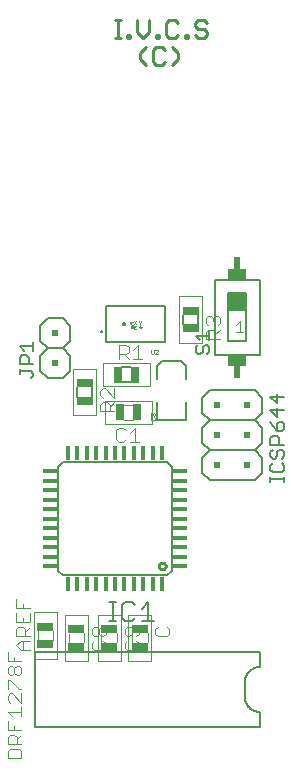
<source format=gto>
G75*
%MOIN*%
%OFA0B0*%
%FSLAX25Y25*%
%IPPOS*%
%LPD*%
%AMOC8*
5,1,8,0,0,1.08239X$1,22.5*
%
%ADD10C,0.01000*%
%ADD11C,0.00200*%
%ADD12C,0.00400*%
%ADD13R,0.05709X0.02953*%
%ADD14R,0.02953X0.05709*%
%ADD15C,0.00800*%
%ADD16C,0.00100*%
%ADD17C,0.00600*%
%ADD18R,0.04528X0.01574*%
%ADD19R,0.04528X0.01575*%
%ADD20R,0.04528X0.01575*%
%ADD21R,0.01574X0.04528*%
%ADD22R,0.01575X0.04528*%
%ADD23R,0.01575X0.04528*%
%ADD24C,0.00500*%
%ADD25R,0.02000X0.02000*%
%ADD26R,0.02559X0.05512*%
%ADD27R,0.05512X0.02559*%
%ADD28C,0.00300*%
%ADD29R,0.06000X0.06000*%
%ADD30R,0.05900X0.03600*%
%ADD31R,0.02400X0.04200*%
D10*
X0064923Y0066834D02*
X0064925Y0066901D01*
X0064931Y0066967D01*
X0064941Y0067033D01*
X0064955Y0067098D01*
X0064972Y0067162D01*
X0064994Y0067225D01*
X0065019Y0067287D01*
X0065048Y0067347D01*
X0065081Y0067405D01*
X0065116Y0067461D01*
X0065156Y0067515D01*
X0065198Y0067566D01*
X0065243Y0067615D01*
X0065291Y0067661D01*
X0065342Y0067704D01*
X0065395Y0067744D01*
X0065451Y0067781D01*
X0065509Y0067814D01*
X0065568Y0067844D01*
X0065629Y0067870D01*
X0065692Y0067893D01*
X0065756Y0067911D01*
X0065821Y0067926D01*
X0065887Y0067937D01*
X0065953Y0067944D01*
X0066019Y0067947D01*
X0066086Y0067946D01*
X0066152Y0067941D01*
X0066218Y0067932D01*
X0066284Y0067919D01*
X0066348Y0067902D01*
X0066411Y0067882D01*
X0066473Y0067857D01*
X0066534Y0067829D01*
X0066593Y0067798D01*
X0066649Y0067763D01*
X0066704Y0067725D01*
X0066756Y0067683D01*
X0066805Y0067638D01*
X0066852Y0067591D01*
X0066896Y0067541D01*
X0066936Y0067488D01*
X0066974Y0067433D01*
X0067008Y0067376D01*
X0067039Y0067317D01*
X0067066Y0067256D01*
X0067089Y0067194D01*
X0067109Y0067130D01*
X0067125Y0067065D01*
X0067137Y0067000D01*
X0067145Y0066934D01*
X0067149Y0066867D01*
X0067149Y0066801D01*
X0067145Y0066734D01*
X0067137Y0066668D01*
X0067125Y0066603D01*
X0067109Y0066538D01*
X0067089Y0066474D01*
X0067066Y0066412D01*
X0067039Y0066351D01*
X0067008Y0066292D01*
X0066974Y0066235D01*
X0066936Y0066180D01*
X0066896Y0066127D01*
X0066852Y0066077D01*
X0066805Y0066030D01*
X0066756Y0065985D01*
X0066704Y0065943D01*
X0066649Y0065905D01*
X0066592Y0065870D01*
X0066534Y0065839D01*
X0066473Y0065811D01*
X0066411Y0065786D01*
X0066348Y0065766D01*
X0066284Y0065749D01*
X0066218Y0065736D01*
X0066152Y0065727D01*
X0066086Y0065722D01*
X0066019Y0065721D01*
X0065953Y0065724D01*
X0065887Y0065731D01*
X0065821Y0065742D01*
X0065756Y0065757D01*
X0065692Y0065775D01*
X0065629Y0065798D01*
X0065568Y0065824D01*
X0065509Y0065854D01*
X0065451Y0065887D01*
X0065395Y0065924D01*
X0065342Y0065964D01*
X0065291Y0066007D01*
X0065243Y0066053D01*
X0065198Y0066102D01*
X0065156Y0066153D01*
X0065116Y0066207D01*
X0065081Y0066263D01*
X0065048Y0066321D01*
X0065019Y0066381D01*
X0064994Y0066443D01*
X0064972Y0066506D01*
X0064955Y0066570D01*
X0064941Y0066635D01*
X0064931Y0066701D01*
X0064925Y0066767D01*
X0064923Y0066834D01*
X0063987Y0233874D02*
X0065988Y0233874D01*
X0066989Y0234875D01*
X0069431Y0233874D02*
X0071433Y0235876D01*
X0071433Y0237878D01*
X0069431Y0239880D01*
X0070305Y0242886D02*
X0068304Y0242886D01*
X0067303Y0243886D01*
X0067303Y0247890D01*
X0068304Y0248891D01*
X0070305Y0248891D01*
X0071306Y0247890D01*
X0071306Y0243886D02*
X0070305Y0242886D01*
X0073748Y0242886D02*
X0074749Y0242886D01*
X0074749Y0243886D01*
X0073748Y0243886D01*
X0073748Y0242886D01*
X0076971Y0243886D02*
X0077972Y0242886D01*
X0079974Y0242886D01*
X0080975Y0243886D01*
X0080975Y0244887D01*
X0079974Y0245888D01*
X0077972Y0245888D01*
X0076971Y0246889D01*
X0076971Y0247890D01*
X0077972Y0248891D01*
X0079974Y0248891D01*
X0080975Y0247890D01*
X0066989Y0238879D02*
X0065988Y0239880D01*
X0063987Y0239880D01*
X0062986Y0238879D01*
X0062986Y0234875D01*
X0063987Y0233874D01*
X0060691Y0233874D02*
X0058689Y0235876D01*
X0058689Y0237878D01*
X0060691Y0239880D01*
X0059636Y0242886D02*
X0061638Y0244887D01*
X0061638Y0248891D01*
X0057635Y0248891D02*
X0057635Y0244887D01*
X0059636Y0242886D01*
X0055413Y0242886D02*
X0054412Y0242886D01*
X0054412Y0243886D01*
X0055413Y0243886D01*
X0055413Y0242886D01*
X0052117Y0242886D02*
X0050115Y0242886D01*
X0051116Y0242886D02*
X0051116Y0248891D01*
X0050115Y0248891D02*
X0052117Y0248891D01*
X0064080Y0243886D02*
X0064080Y0242886D01*
X0065081Y0242886D01*
X0065081Y0243886D01*
X0064080Y0243886D01*
D11*
X0071606Y0156769D02*
X0079346Y0156769D01*
X0079346Y0141233D01*
X0071606Y0141233D01*
X0071606Y0156769D01*
X0061828Y0134519D02*
X0061828Y0126779D01*
X0046293Y0126779D01*
X0046293Y0134519D01*
X0061828Y0134519D01*
X0057358Y0145940D02*
X0056691Y0145940D01*
X0056691Y0146107D01*
X0057358Y0146775D01*
X0057358Y0146941D01*
X0056691Y0146941D01*
X0056691Y0147440D02*
X0057358Y0148441D01*
X0056691Y0148441D02*
X0057358Y0147440D01*
X0058524Y0147440D02*
X0058524Y0147941D01*
X0058858Y0148275D01*
X0058858Y0148441D01*
X0058524Y0147941D02*
X0058191Y0148275D01*
X0058191Y0148441D01*
X0058696Y0147040D02*
X0058696Y0146040D01*
X0058196Y0146540D01*
X0058696Y0146040D02*
X0059196Y0146540D01*
X0056096Y0146540D02*
X0056098Y0146560D01*
X0056104Y0146578D01*
X0056113Y0146596D01*
X0056125Y0146611D01*
X0056140Y0146623D01*
X0056158Y0146632D01*
X0056176Y0146638D01*
X0056196Y0146640D01*
X0056216Y0146638D01*
X0056234Y0146632D01*
X0056252Y0146623D01*
X0056267Y0146611D01*
X0056279Y0146596D01*
X0056288Y0146578D01*
X0056294Y0146560D01*
X0056296Y0146540D01*
X0056294Y0146520D01*
X0056288Y0146502D01*
X0056279Y0146484D01*
X0056267Y0146469D01*
X0056252Y0146457D01*
X0056234Y0146448D01*
X0056216Y0146442D01*
X0056196Y0146440D01*
X0056176Y0146442D01*
X0056158Y0146448D01*
X0056140Y0146457D01*
X0056125Y0146469D01*
X0056113Y0146484D01*
X0056104Y0146502D01*
X0056098Y0146520D01*
X0056096Y0146540D01*
X0055696Y0146540D02*
X0055698Y0146584D01*
X0055704Y0146628D01*
X0055714Y0146671D01*
X0055727Y0146713D01*
X0055744Y0146754D01*
X0055765Y0146793D01*
X0055789Y0146830D01*
X0055816Y0146865D01*
X0055846Y0146897D01*
X0055879Y0146927D01*
X0055915Y0146953D01*
X0055952Y0146977D01*
X0055992Y0146996D01*
X0056033Y0147013D01*
X0056076Y0147025D01*
X0056119Y0147034D01*
X0056163Y0147039D01*
X0056207Y0147040D01*
X0056251Y0147037D01*
X0056295Y0147030D01*
X0056338Y0147019D01*
X0056380Y0147005D01*
X0056420Y0146987D01*
X0056459Y0146965D01*
X0056495Y0146941D01*
X0056529Y0146913D01*
X0056561Y0146882D01*
X0056590Y0146848D01*
X0056616Y0146812D01*
X0056638Y0146774D01*
X0056657Y0146734D01*
X0056672Y0146692D01*
X0056684Y0146650D01*
X0056692Y0146606D01*
X0056696Y0146562D01*
X0056696Y0146518D01*
X0056692Y0146474D01*
X0056684Y0146430D01*
X0056672Y0146388D01*
X0056657Y0146346D01*
X0056638Y0146306D01*
X0056616Y0146268D01*
X0056590Y0146232D01*
X0056561Y0146198D01*
X0056529Y0146167D01*
X0056495Y0146139D01*
X0056459Y0146115D01*
X0056420Y0146093D01*
X0056380Y0146075D01*
X0056338Y0146061D01*
X0056295Y0146050D01*
X0056251Y0146043D01*
X0056207Y0146040D01*
X0056163Y0146041D01*
X0056119Y0146046D01*
X0056076Y0146055D01*
X0056033Y0146067D01*
X0055992Y0146084D01*
X0055952Y0146103D01*
X0055915Y0146127D01*
X0055879Y0146153D01*
X0055846Y0146183D01*
X0055816Y0146215D01*
X0055789Y0146250D01*
X0055765Y0146287D01*
X0055744Y0146326D01*
X0055727Y0146367D01*
X0055714Y0146409D01*
X0055704Y0146452D01*
X0055698Y0146496D01*
X0055696Y0146540D01*
X0055696Y0147540D02*
X0055196Y0148040D01*
X0055696Y0148540D01*
X0056196Y0148040D02*
X0055196Y0148040D01*
X0044080Y0132612D02*
X0036340Y0132612D01*
X0036340Y0117077D01*
X0044080Y0117077D01*
X0044080Y0132612D01*
X0046956Y0121909D02*
X0046956Y0114169D01*
X0062491Y0114169D01*
X0062491Y0121909D01*
X0046956Y0121909D01*
X0030956Y0051423D02*
X0023216Y0051423D01*
X0023216Y0035888D01*
X0030956Y0035888D01*
X0030956Y0051423D01*
X0033535Y0050621D02*
X0041275Y0050621D01*
X0041275Y0035086D01*
X0033535Y0035086D01*
X0033535Y0050621D01*
X0044459Y0050621D02*
X0044459Y0035086D01*
X0052199Y0035086D01*
X0052199Y0050621D01*
X0044459Y0050621D01*
X0054678Y0050630D02*
X0054678Y0035094D01*
X0062418Y0035094D01*
X0062418Y0050630D01*
X0054678Y0050630D01*
D12*
X0014464Y0005169D02*
X0014464Y0002867D01*
X0019068Y0002867D01*
X0019068Y0005169D01*
X0018300Y0005936D01*
X0015231Y0005936D01*
X0014464Y0005169D01*
X0014464Y0007471D02*
X0014464Y0009773D01*
X0015231Y0010540D01*
X0016766Y0010540D01*
X0017533Y0009773D01*
X0017533Y0007471D01*
X0017533Y0009005D02*
X0019068Y0010540D01*
X0019068Y0012075D02*
X0014464Y0012075D01*
X0014464Y0015144D01*
X0015998Y0016678D02*
X0014464Y0018213D01*
X0019068Y0018213D01*
X0019068Y0016678D02*
X0019068Y0019748D01*
X0019068Y0021282D02*
X0015998Y0024352D01*
X0015231Y0024352D01*
X0014464Y0023584D01*
X0014464Y0022050D01*
X0015231Y0021282D01*
X0014464Y0025886D02*
X0014464Y0028956D01*
X0015231Y0028956D01*
X0018300Y0025886D01*
X0019068Y0025886D01*
X0019068Y0024352D02*
X0019068Y0021282D01*
X0016766Y0013609D02*
X0016766Y0012075D01*
X0019068Y0007471D02*
X0014464Y0007471D01*
X0015231Y0030490D02*
X0015998Y0030490D01*
X0016766Y0031258D01*
X0016766Y0032792D01*
X0017533Y0033559D01*
X0018300Y0033559D01*
X0019068Y0032792D01*
X0019068Y0031258D01*
X0018300Y0030490D01*
X0017533Y0030490D01*
X0016766Y0031258D01*
X0016766Y0032792D02*
X0015998Y0033559D01*
X0015231Y0033559D01*
X0014464Y0032792D01*
X0014464Y0031258D01*
X0015231Y0030490D01*
X0014464Y0035094D02*
X0014464Y0038163D01*
X0014464Y0035094D02*
X0019068Y0035094D01*
X0016766Y0035094D02*
X0016766Y0036629D01*
X0018817Y0038856D02*
X0017282Y0040390D01*
X0018817Y0041925D01*
X0021886Y0041925D01*
X0021886Y0043460D02*
X0017282Y0043460D01*
X0017282Y0045761D01*
X0018050Y0046529D01*
X0019584Y0046529D01*
X0020351Y0045761D01*
X0020351Y0043460D01*
X0020351Y0044994D02*
X0021886Y0046529D01*
X0021886Y0048063D02*
X0021886Y0051133D01*
X0021886Y0052667D02*
X0017282Y0052667D01*
X0017282Y0055737D01*
X0019584Y0054202D02*
X0019584Y0052667D01*
X0019584Y0049598D02*
X0019584Y0048063D01*
X0017282Y0048063D02*
X0021886Y0048063D01*
X0019584Y0041925D02*
X0019584Y0038856D01*
X0018817Y0038856D02*
X0021886Y0038856D01*
X0024488Y0042156D02*
X0024488Y0045156D01*
X0029685Y0045156D02*
X0029685Y0042254D01*
X0034806Y0041354D02*
X0034806Y0044255D01*
X0040003Y0044354D02*
X0040003Y0041354D01*
X0042601Y0041148D02*
X0042601Y0039613D01*
X0043368Y0038846D01*
X0046438Y0038846D01*
X0047205Y0039613D01*
X0047205Y0041148D01*
X0046438Y0041915D01*
X0045731Y0041354D02*
X0045731Y0044255D01*
X0045670Y0043450D02*
X0044903Y0044217D01*
X0044903Y0045752D01*
X0045670Y0046519D01*
X0046438Y0046519D01*
X0047205Y0045752D01*
X0047205Y0044217D01*
X0046438Y0043450D01*
X0045670Y0043450D01*
X0044903Y0044217D02*
X0044136Y0043450D01*
X0043368Y0043450D01*
X0042601Y0044217D01*
X0042601Y0045752D01*
X0043368Y0046519D01*
X0044136Y0046519D01*
X0044903Y0045752D01*
X0043368Y0041915D02*
X0042601Y0041148D01*
X0050927Y0041354D02*
X0050927Y0044354D01*
X0053525Y0044217D02*
X0054292Y0043450D01*
X0055060Y0043450D01*
X0055827Y0044217D01*
X0055827Y0046519D01*
X0057362Y0046519D02*
X0054292Y0046519D01*
X0053525Y0045752D01*
X0053525Y0044217D01*
X0054292Y0041915D02*
X0053525Y0041148D01*
X0053525Y0039613D01*
X0054292Y0038846D01*
X0057362Y0038846D01*
X0058129Y0039613D01*
X0058129Y0041148D01*
X0057362Y0041915D01*
X0055950Y0041362D02*
X0055950Y0044264D01*
X0057362Y0043450D02*
X0058129Y0044217D01*
X0058129Y0045752D01*
X0057362Y0046519D01*
X0061147Y0044362D02*
X0061147Y0041362D01*
X0063744Y0044225D02*
X0064512Y0043458D01*
X0067581Y0043458D01*
X0068348Y0044225D01*
X0068348Y0045760D01*
X0067581Y0046527D01*
X0064512Y0046527D02*
X0063744Y0045760D01*
X0063744Y0044225D01*
X0058389Y0108239D02*
X0055320Y0108239D01*
X0056854Y0108239D02*
X0056854Y0112843D01*
X0055320Y0111308D01*
X0053785Y0112076D02*
X0053018Y0112843D01*
X0051483Y0112843D01*
X0050716Y0112076D01*
X0050716Y0109006D01*
X0051483Y0108239D01*
X0053018Y0108239D01*
X0053785Y0109006D01*
X0053224Y0115441D02*
X0056224Y0115441D01*
X0056125Y0120637D02*
X0053224Y0120637D01*
X0050010Y0121406D02*
X0048476Y0119871D01*
X0048476Y0120639D02*
X0048476Y0118337D01*
X0048476Y0120639D02*
X0047708Y0121406D01*
X0046174Y0121406D01*
X0045406Y0120639D01*
X0045406Y0118337D01*
X0050010Y0118337D01*
X0050010Y0122941D02*
X0046941Y0126010D01*
X0046174Y0126010D01*
X0045406Y0125243D01*
X0045406Y0123708D01*
X0046174Y0122941D01*
X0050010Y0122941D02*
X0050010Y0126010D01*
X0051761Y0135849D02*
X0051761Y0140453D01*
X0054062Y0140453D01*
X0054830Y0139686D01*
X0054830Y0138151D01*
X0054062Y0137384D01*
X0051761Y0137384D01*
X0053295Y0137384D02*
X0054830Y0135849D01*
X0056364Y0135849D02*
X0059434Y0135849D01*
X0057899Y0135849D02*
X0057899Y0140453D01*
X0056364Y0138919D01*
X0080672Y0142493D02*
X0080672Y0144795D01*
X0081439Y0145563D01*
X0082974Y0145563D01*
X0083741Y0144795D01*
X0083741Y0142493D01*
X0083741Y0144028D02*
X0085276Y0145563D01*
X0084508Y0147097D02*
X0085276Y0147864D01*
X0085276Y0149399D01*
X0084508Y0150166D01*
X0083741Y0150166D01*
X0082974Y0149399D01*
X0082974Y0148632D01*
X0082974Y0149399D02*
X0082206Y0150166D01*
X0081439Y0150166D01*
X0080672Y0149399D01*
X0080672Y0147864D01*
X0081439Y0147097D01*
X0080672Y0142493D02*
X0085276Y0142493D01*
X0017282Y0051133D02*
X0017282Y0048063D01*
D13*
X0027082Y0046532D03*
X0027082Y0040832D03*
X0037409Y0039977D03*
X0037409Y0045677D03*
X0048333Y0045677D03*
X0048333Y0039977D03*
X0058553Y0039985D03*
X0058553Y0045685D03*
D14*
X0057547Y0118035D03*
X0051847Y0118035D03*
D15*
X0047353Y0141635D02*
X0047353Y0144785D01*
X0045559Y0145040D02*
X0045561Y0145068D01*
X0045567Y0145095D01*
X0045576Y0145121D01*
X0045589Y0145146D01*
X0045606Y0145169D01*
X0045625Y0145189D01*
X0045647Y0145206D01*
X0045671Y0145220D01*
X0045697Y0145230D01*
X0045724Y0145237D01*
X0045752Y0145240D01*
X0045780Y0145239D01*
X0045807Y0145234D01*
X0045834Y0145225D01*
X0045859Y0145213D01*
X0045882Y0145198D01*
X0045903Y0145179D01*
X0045921Y0145158D01*
X0045936Y0145134D01*
X0045947Y0145108D01*
X0045955Y0145082D01*
X0045959Y0145054D01*
X0045959Y0145026D01*
X0045955Y0144998D01*
X0045947Y0144972D01*
X0045936Y0144946D01*
X0045921Y0144922D01*
X0045903Y0144901D01*
X0045882Y0144882D01*
X0045859Y0144867D01*
X0045834Y0144855D01*
X0045807Y0144846D01*
X0045780Y0144841D01*
X0045752Y0144840D01*
X0045724Y0144843D01*
X0045697Y0144850D01*
X0045671Y0144860D01*
X0045647Y0144874D01*
X0045625Y0144891D01*
X0045606Y0144911D01*
X0045589Y0144934D01*
X0045576Y0144959D01*
X0045567Y0144985D01*
X0045561Y0145012D01*
X0045559Y0145040D01*
X0047353Y0150296D02*
X0047353Y0153446D01*
X0052865Y0147540D02*
X0052867Y0147579D01*
X0052873Y0147618D01*
X0052883Y0147656D01*
X0052896Y0147693D01*
X0052913Y0147728D01*
X0052933Y0147762D01*
X0052957Y0147793D01*
X0052984Y0147822D01*
X0053013Y0147848D01*
X0053045Y0147871D01*
X0053079Y0147891D01*
X0053115Y0147907D01*
X0053152Y0147919D01*
X0053191Y0147928D01*
X0053230Y0147933D01*
X0053269Y0147934D01*
X0053308Y0147931D01*
X0053347Y0147924D01*
X0053384Y0147913D01*
X0053421Y0147899D01*
X0053456Y0147881D01*
X0053489Y0147860D01*
X0053520Y0147835D01*
X0053548Y0147808D01*
X0053573Y0147778D01*
X0053595Y0147745D01*
X0053614Y0147711D01*
X0053629Y0147675D01*
X0053641Y0147637D01*
X0053649Y0147599D01*
X0053653Y0147560D01*
X0053653Y0147520D01*
X0053649Y0147481D01*
X0053641Y0147443D01*
X0053629Y0147405D01*
X0053614Y0147369D01*
X0053595Y0147335D01*
X0053573Y0147302D01*
X0053548Y0147272D01*
X0053520Y0147245D01*
X0053489Y0147220D01*
X0053456Y0147199D01*
X0053421Y0147181D01*
X0053384Y0147167D01*
X0053347Y0147156D01*
X0053308Y0147149D01*
X0053269Y0147146D01*
X0053230Y0147147D01*
X0053191Y0147152D01*
X0053152Y0147161D01*
X0053115Y0147173D01*
X0053079Y0147189D01*
X0053045Y0147209D01*
X0053013Y0147232D01*
X0052984Y0147258D01*
X0052957Y0147287D01*
X0052933Y0147318D01*
X0052913Y0147352D01*
X0052896Y0147387D01*
X0052883Y0147424D01*
X0052873Y0147462D01*
X0052867Y0147501D01*
X0052865Y0147540D01*
X0065968Y0135124D02*
X0064393Y0133549D01*
X0064393Y0129219D01*
X0065968Y0135124D02*
X0072267Y0135124D01*
X0073842Y0133549D01*
X0073842Y0129219D01*
X0073842Y0121345D02*
X0073842Y0115439D01*
X0064393Y0115439D01*
X0064393Y0121345D01*
X0067611Y0101480D02*
X0069186Y0099905D01*
X0069186Y0065259D01*
X0067611Y0063684D01*
X0032966Y0063684D01*
X0031391Y0065259D01*
X0031391Y0099905D01*
X0032966Y0101480D01*
X0067611Y0101480D01*
X0067038Y0141635D02*
X0067038Y0144785D01*
X0067038Y0150296D02*
X0067038Y0153446D01*
D16*
X0064523Y0138992D02*
X0064023Y0138992D01*
X0063772Y0138742D01*
X0063300Y0138992D02*
X0063300Y0137741D01*
X0063050Y0137490D01*
X0062549Y0137490D01*
X0062299Y0137741D01*
X0062299Y0138992D01*
X0063772Y0137490D02*
X0064773Y0138491D01*
X0064773Y0138742D01*
X0064523Y0138992D01*
X0064773Y0137490D02*
X0063772Y0137490D01*
X0063380Y0117806D02*
X0063630Y0117555D01*
X0063630Y0117055D01*
X0063380Y0116805D01*
X0063380Y0116332D02*
X0063630Y0116082D01*
X0063630Y0115582D01*
X0063380Y0115332D01*
X0062379Y0115332D01*
X0062129Y0115582D01*
X0062129Y0116082D01*
X0062379Y0116332D01*
X0062379Y0116805D02*
X0062129Y0117055D01*
X0062129Y0117555D01*
X0062379Y0117806D01*
X0062629Y0117806D01*
X0062880Y0117555D01*
X0063130Y0117806D01*
X0063380Y0117806D01*
X0062880Y0117555D02*
X0062880Y0117305D01*
D17*
X0055675Y0128149D02*
X0052446Y0128149D01*
X0052446Y0133149D02*
X0055675Y0133149D01*
X0042710Y0126459D02*
X0042710Y0123230D01*
X0037710Y0123230D02*
X0037710Y0126459D01*
X0032939Y0129479D02*
X0035439Y0131979D01*
X0035439Y0136979D01*
X0032939Y0139479D01*
X0035439Y0141979D01*
X0035439Y0146979D01*
X0032939Y0149479D01*
X0027939Y0149479D01*
X0025439Y0146979D01*
X0025439Y0141979D01*
X0027939Y0139479D01*
X0032939Y0139479D01*
X0027939Y0139479D02*
X0025439Y0136979D01*
X0025439Y0131979D01*
X0027939Y0129479D01*
X0032939Y0129479D01*
X0048400Y0054787D02*
X0050536Y0054787D01*
X0049468Y0054787D02*
X0049468Y0048382D01*
X0048400Y0048382D02*
X0050536Y0048382D01*
X0052697Y0049450D02*
X0052697Y0053720D01*
X0053765Y0054787D01*
X0055900Y0054787D01*
X0056968Y0053720D01*
X0056968Y0049450D02*
X0055900Y0048382D01*
X0053765Y0048382D01*
X0052697Y0049450D01*
X0059143Y0048382D02*
X0063413Y0048382D01*
X0061278Y0048382D02*
X0061278Y0054787D01*
X0059143Y0052652D01*
X0081850Y0095406D02*
X0079350Y0097906D01*
X0079350Y0102906D01*
X0081850Y0105406D01*
X0096850Y0105406D01*
X0099350Y0102906D01*
X0099350Y0097906D01*
X0096850Y0095406D01*
X0081850Y0095406D01*
X0081850Y0105406D02*
X0079350Y0107906D01*
X0079350Y0112906D01*
X0081850Y0115406D01*
X0096850Y0115406D01*
X0099350Y0112906D01*
X0099350Y0107906D01*
X0096850Y0105406D01*
X0096850Y0115406D02*
X0099350Y0117906D01*
X0099350Y0122906D01*
X0096850Y0125406D01*
X0081850Y0125406D01*
X0079350Y0122906D01*
X0079350Y0117906D01*
X0081850Y0115406D01*
X0083465Y0137088D02*
X0083465Y0162288D01*
X0098465Y0162288D01*
X0098465Y0137088D01*
X0083465Y0137088D01*
X0087965Y0141688D02*
X0087965Y0157688D01*
X0093965Y0157688D01*
X0093965Y0141688D01*
X0087965Y0141688D01*
X0077976Y0147387D02*
X0077976Y0150615D01*
X0072976Y0150615D02*
X0072976Y0147387D01*
D18*
X0072041Y0098330D03*
X0072041Y0082582D03*
X0072041Y0066834D03*
X0028536Y0066834D03*
X0028536Y0082582D03*
X0028536Y0098330D03*
D19*
X0028536Y0095180D03*
X0028536Y0092030D03*
X0028536Y0073134D03*
X0028536Y0069984D03*
X0072041Y0069984D03*
X0072041Y0073134D03*
X0072041Y0092030D03*
X0072041Y0095180D03*
D20*
X0072041Y0088881D03*
X0072041Y0085731D03*
X0072041Y0079433D03*
X0072041Y0076283D03*
X0028536Y0076283D03*
X0028536Y0079433D03*
X0028536Y0085731D03*
X0028536Y0088881D03*
D21*
X0034540Y0104334D03*
X0050288Y0104334D03*
X0066036Y0104334D03*
X0066036Y0060830D03*
X0050288Y0060830D03*
X0034540Y0060830D03*
D22*
X0037690Y0060830D03*
X0040840Y0060830D03*
X0040840Y0104334D03*
X0037690Y0104334D03*
X0059737Y0104334D03*
X0062887Y0104334D03*
X0062887Y0060830D03*
X0059737Y0060830D03*
D23*
X0056588Y0060830D03*
X0053438Y0060830D03*
X0047139Y0060830D03*
X0043989Y0060830D03*
X0043989Y0104334D03*
X0047139Y0104334D03*
X0053438Y0104334D03*
X0056588Y0104334D03*
D24*
X0047353Y0141635D02*
X0047353Y0153446D01*
X0067038Y0153446D01*
X0067038Y0141635D01*
X0047353Y0141635D01*
X0022989Y0141640D02*
X0022989Y0138637D01*
X0022989Y0140138D02*
X0018485Y0140138D01*
X0019987Y0138637D01*
X0020737Y0137036D02*
X0019236Y0137036D01*
X0018485Y0136285D01*
X0018485Y0134033D01*
X0022989Y0134033D01*
X0021488Y0134033D02*
X0021488Y0136285D01*
X0020737Y0137036D01*
X0018485Y0132432D02*
X0018485Y0130931D01*
X0018485Y0131681D02*
X0022239Y0131681D01*
X0022989Y0130931D01*
X0022989Y0130180D01*
X0022239Y0129429D01*
X0023559Y0038219D02*
X0023559Y0013219D01*
X0098559Y0013219D01*
X0098559Y0018219D01*
X0098419Y0018221D01*
X0098279Y0018227D01*
X0098139Y0018237D01*
X0097999Y0018250D01*
X0097860Y0018268D01*
X0097721Y0018290D01*
X0097584Y0018315D01*
X0097446Y0018344D01*
X0097310Y0018377D01*
X0097175Y0018414D01*
X0097041Y0018455D01*
X0096908Y0018500D01*
X0096776Y0018548D01*
X0096646Y0018600D01*
X0096517Y0018655D01*
X0096390Y0018714D01*
X0096264Y0018777D01*
X0096140Y0018843D01*
X0096019Y0018912D01*
X0095899Y0018985D01*
X0095781Y0019062D01*
X0095666Y0019141D01*
X0095552Y0019224D01*
X0095442Y0019310D01*
X0095333Y0019399D01*
X0095227Y0019491D01*
X0095124Y0019586D01*
X0095023Y0019683D01*
X0094926Y0019784D01*
X0094831Y0019887D01*
X0094739Y0019993D01*
X0094650Y0020102D01*
X0094564Y0020212D01*
X0094481Y0020326D01*
X0094402Y0020441D01*
X0094325Y0020559D01*
X0094252Y0020679D01*
X0094183Y0020800D01*
X0094117Y0020924D01*
X0094054Y0021050D01*
X0093995Y0021177D01*
X0093940Y0021306D01*
X0093888Y0021436D01*
X0093840Y0021568D01*
X0093795Y0021701D01*
X0093754Y0021835D01*
X0093717Y0021970D01*
X0093684Y0022106D01*
X0093655Y0022244D01*
X0093630Y0022381D01*
X0093608Y0022520D01*
X0093590Y0022659D01*
X0093577Y0022799D01*
X0093567Y0022939D01*
X0093561Y0023079D01*
X0093559Y0023219D01*
X0093559Y0028219D01*
X0093561Y0028359D01*
X0093567Y0028499D01*
X0093577Y0028639D01*
X0093590Y0028779D01*
X0093608Y0028918D01*
X0093630Y0029057D01*
X0093655Y0029194D01*
X0093684Y0029332D01*
X0093717Y0029468D01*
X0093754Y0029603D01*
X0093795Y0029737D01*
X0093840Y0029870D01*
X0093888Y0030002D01*
X0093940Y0030132D01*
X0093995Y0030261D01*
X0094054Y0030388D01*
X0094117Y0030514D01*
X0094183Y0030638D01*
X0094252Y0030759D01*
X0094325Y0030879D01*
X0094402Y0030997D01*
X0094481Y0031112D01*
X0094564Y0031226D01*
X0094650Y0031336D01*
X0094739Y0031445D01*
X0094831Y0031551D01*
X0094926Y0031654D01*
X0095023Y0031755D01*
X0095124Y0031852D01*
X0095227Y0031947D01*
X0095333Y0032039D01*
X0095442Y0032128D01*
X0095552Y0032214D01*
X0095666Y0032297D01*
X0095781Y0032376D01*
X0095899Y0032453D01*
X0096019Y0032526D01*
X0096140Y0032595D01*
X0096264Y0032661D01*
X0096390Y0032724D01*
X0096517Y0032783D01*
X0096646Y0032838D01*
X0096776Y0032890D01*
X0096908Y0032938D01*
X0097041Y0032983D01*
X0097175Y0033024D01*
X0097310Y0033061D01*
X0097446Y0033094D01*
X0097584Y0033123D01*
X0097721Y0033148D01*
X0097860Y0033170D01*
X0097999Y0033188D01*
X0098139Y0033201D01*
X0098279Y0033211D01*
X0098419Y0033217D01*
X0098559Y0033219D01*
X0098559Y0038219D01*
X0023559Y0038219D01*
X0077962Y0137438D02*
X0077211Y0138189D01*
X0077211Y0139690D01*
X0077962Y0140441D01*
X0079463Y0139690D02*
X0079463Y0138189D01*
X0078713Y0137438D01*
X0077962Y0137438D01*
X0079463Y0139690D02*
X0080214Y0140441D01*
X0080965Y0140441D01*
X0081715Y0139690D01*
X0081715Y0138189D01*
X0080965Y0137438D01*
X0081715Y0142042D02*
X0081715Y0145044D01*
X0081715Y0143543D02*
X0077211Y0143543D01*
X0078713Y0142042D01*
X0102096Y0123304D02*
X0104348Y0121052D01*
X0104348Y0124055D01*
X0106600Y0123304D02*
X0102096Y0123304D01*
X0104348Y0119451D02*
X0104348Y0116448D01*
X0102096Y0118700D01*
X0106600Y0118700D01*
X0105849Y0114847D02*
X0105098Y0114847D01*
X0104348Y0114096D01*
X0104348Y0111844D01*
X0105849Y0111844D01*
X0106600Y0112595D01*
X0106600Y0114096D01*
X0105849Y0114847D01*
X0102846Y0113345D02*
X0104348Y0111844D01*
X0104348Y0110243D02*
X0105098Y0109492D01*
X0105098Y0107240D01*
X0106600Y0107240D02*
X0102096Y0107240D01*
X0102096Y0109492D01*
X0102846Y0110243D01*
X0104348Y0110243D01*
X0102846Y0113345D02*
X0102096Y0114847D01*
X0102846Y0105639D02*
X0102096Y0104888D01*
X0102096Y0103387D01*
X0102846Y0102636D01*
X0103597Y0102636D01*
X0104348Y0103387D01*
X0104348Y0104888D01*
X0105098Y0105639D01*
X0105849Y0105639D01*
X0106600Y0104888D01*
X0106600Y0103387D01*
X0105849Y0102636D01*
X0105849Y0101035D02*
X0106600Y0100284D01*
X0106600Y0098783D01*
X0105849Y0098032D01*
X0102846Y0098032D01*
X0102096Y0098783D01*
X0102096Y0100284D01*
X0102846Y0101035D01*
X0102096Y0096464D02*
X0102096Y0094963D01*
X0102096Y0095714D02*
X0106600Y0095714D01*
X0106600Y0096464D02*
X0106600Y0094963D01*
D25*
X0094350Y0100406D03*
X0094350Y0110406D03*
X0094350Y0120406D03*
X0084350Y0120406D03*
X0084350Y0110406D03*
X0084350Y0100406D03*
X0030439Y0134479D03*
X0030439Y0144479D03*
D26*
X0051140Y0130655D03*
X0056940Y0130655D03*
D27*
X0040216Y0127765D03*
X0040216Y0121965D03*
X0075482Y0146122D03*
X0075482Y0151922D03*
D28*
X0090615Y0147307D02*
X0091850Y0148541D01*
X0091850Y0144838D01*
X0093084Y0144838D02*
X0090615Y0144838D01*
D29*
X0090965Y0154688D03*
D30*
X0090915Y0164088D03*
X0091015Y0135288D03*
D31*
X0090965Y0131388D03*
X0090965Y0167988D03*
M02*

</source>
